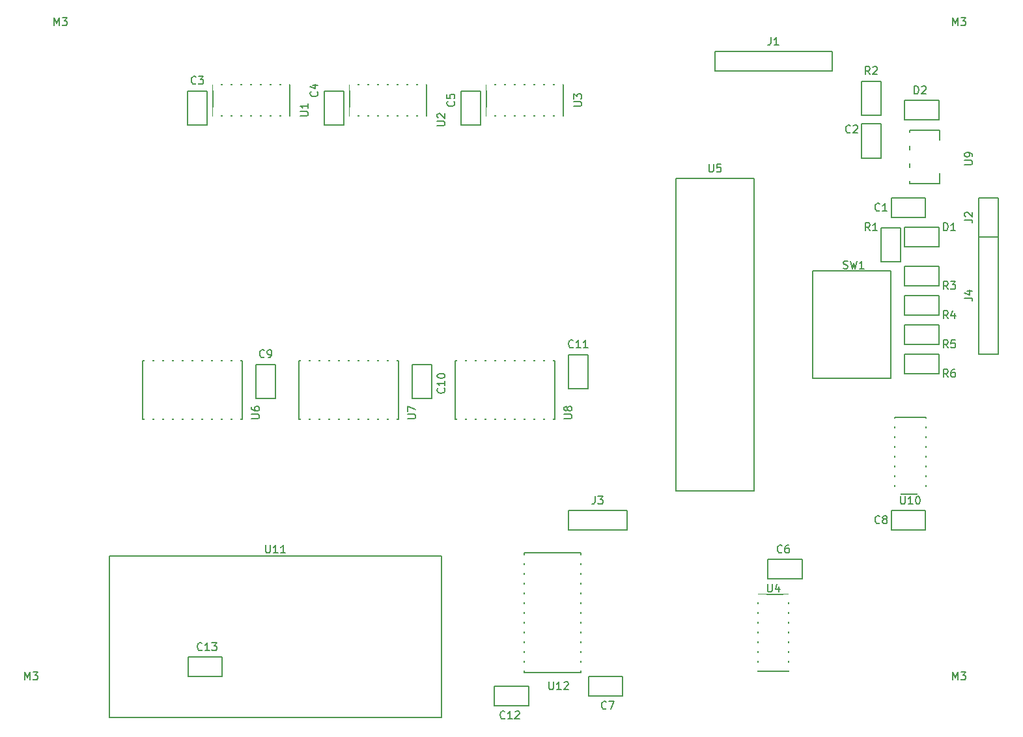
<source format=gto>
G04 #@! TF.FileFunction,Legend,Top*
%FSLAX46Y46*%
G04 Gerber Fmt 4.6, Leading zero omitted, Abs format (unit mm)*
G04 Created by KiCad (PCBNEW 4.0.7) date 03/21/19 10:54:29*
%MOMM*%
%LPD*%
G01*
G04 APERTURE LIST*
%ADD10C,0.100000*%
%ADD11C,0.150000*%
%ADD12C,0.300000*%
%ADD13R,1.800000X1.900000*%
%ADD14R,1.900000X1.800000*%
%ADD15C,2.200000*%
%ADD16R,1.100000X3.200000*%
%ADD17R,3.200000X1.100000*%
%ADD18O,3.400000X2.200000*%
%ADD19R,1.100000X3.400000*%
%ADD20R,2.900000X1.700000*%
%ADD21R,3.000000X4.250000*%
%ADD22R,3.400000X1.100000*%
%ADD23C,7.200000*%
G04 APERTURE END LIST*
D10*
D11*
X115733500Y-25112700D02*
X120191200Y-25112700D01*
X120191200Y-25112700D02*
X120191200Y-27627300D01*
X120191200Y-27627300D02*
X115733500Y-27627300D01*
X115733500Y-27627300D02*
X115733500Y-25112700D01*
X111872700Y-19956500D02*
X111872700Y-15498800D01*
X111872700Y-15498800D02*
X114387300Y-15498800D01*
X114387300Y-15498800D02*
X114387300Y-19956500D01*
X114387300Y-19956500D02*
X111872700Y-19956500D01*
X26757300Y-11193500D02*
X26757300Y-15651200D01*
X26757300Y-15651200D02*
X24242700Y-15651200D01*
X24242700Y-15651200D02*
X24242700Y-11193500D01*
X24242700Y-11193500D02*
X26757300Y-11193500D01*
X44537300Y-11193500D02*
X44537300Y-15651200D01*
X44537300Y-15651200D02*
X42022700Y-15651200D01*
X42022700Y-15651200D02*
X42022700Y-11193500D01*
X42022700Y-11193500D02*
X44537300Y-11193500D01*
X62317300Y-11193500D02*
X62317300Y-15651200D01*
X62317300Y-15651200D02*
X59802700Y-15651200D01*
X59802700Y-15651200D02*
X59802700Y-11193500D01*
X59802700Y-11193500D02*
X62317300Y-11193500D01*
X104176500Y-74617300D02*
X99718800Y-74617300D01*
X99718800Y-74617300D02*
X99718800Y-72102700D01*
X99718800Y-72102700D02*
X104176500Y-72102700D01*
X104176500Y-72102700D02*
X104176500Y-74617300D01*
X76363500Y-87342700D02*
X80821200Y-87342700D01*
X80821200Y-87342700D02*
X80821200Y-89857300D01*
X80821200Y-89857300D02*
X76363500Y-89857300D01*
X76363500Y-89857300D02*
X76363500Y-87342700D01*
X115733500Y-65752700D02*
X120191200Y-65752700D01*
X120191200Y-65752700D02*
X120191200Y-68267300D01*
X120191200Y-68267300D02*
X115733500Y-68267300D01*
X115733500Y-68267300D02*
X115733500Y-65752700D01*
X35647300Y-46753500D02*
X35647300Y-51211200D01*
X35647300Y-51211200D02*
X33132700Y-51211200D01*
X33132700Y-51211200D02*
X33132700Y-46753500D01*
X33132700Y-46753500D02*
X35647300Y-46753500D01*
X55967300Y-46753500D02*
X55967300Y-51211200D01*
X55967300Y-51211200D02*
X53452700Y-51211200D01*
X53452700Y-51211200D02*
X53452700Y-46753500D01*
X53452700Y-46753500D02*
X55967300Y-46753500D01*
X76287300Y-45483500D02*
X76287300Y-49941200D01*
X76287300Y-49941200D02*
X73772700Y-49941200D01*
X73772700Y-49941200D02*
X73772700Y-45483500D01*
X73772700Y-45483500D02*
X76287300Y-45483500D01*
X68616500Y-91127300D02*
X64158800Y-91127300D01*
X64158800Y-91127300D02*
X64158800Y-88612700D01*
X64158800Y-88612700D02*
X68616500Y-88612700D01*
X68616500Y-88612700D02*
X68616500Y-91127300D01*
X24293500Y-84802700D02*
X28751200Y-84802700D01*
X28751200Y-84802700D02*
X28751200Y-87317300D01*
X28751200Y-87317300D02*
X24293500Y-87317300D01*
X24293500Y-87317300D02*
X24293500Y-84802700D01*
X121956500Y-31437300D02*
X117498800Y-31437300D01*
X117498800Y-31437300D02*
X117498800Y-28922700D01*
X117498800Y-28922700D02*
X121956500Y-28922700D01*
X121956500Y-28922700D02*
X121956500Y-31437300D01*
X121956500Y-14927300D02*
X117498800Y-14927300D01*
X117498800Y-14927300D02*
X117498800Y-12412700D01*
X117498800Y-12412700D02*
X121956500Y-12412700D01*
X121956500Y-12412700D02*
X121956500Y-14927300D01*
X92810000Y-6050000D02*
X108050000Y-6050000D01*
X108050000Y-6050000D02*
X108050000Y-8590000D01*
X108050000Y-8590000D02*
X92810000Y-8590000D01*
X92810000Y-8590000D02*
X92810000Y-6050000D01*
X127100000Y-30180000D02*
X127100000Y-25100000D01*
X127100000Y-25100000D02*
X129640000Y-25100000D01*
X129640000Y-25100000D02*
X129640000Y-30180000D01*
X129640000Y-30180000D02*
X127100000Y-30180000D01*
X76300000Y-68280000D02*
X73760000Y-68280000D01*
X73760000Y-68280000D02*
X73760000Y-65740000D01*
X73760000Y-65740000D02*
X76300000Y-65740000D01*
X81380000Y-68280000D02*
X76300000Y-68280000D01*
X76300000Y-65740000D02*
X81380000Y-65740000D01*
X81380000Y-65740000D02*
X81380000Y-68280000D01*
X127100000Y-45420000D02*
X127100000Y-30180000D01*
X127100000Y-30180000D02*
X129640000Y-30180000D01*
X129640000Y-30180000D02*
X129640000Y-45420000D01*
X129640000Y-45420000D02*
X127100000Y-45420000D01*
X116927300Y-28973500D02*
X116927300Y-33431200D01*
X116927300Y-33431200D02*
X114412700Y-33431200D01*
X114412700Y-33431200D02*
X114412700Y-28973500D01*
X114412700Y-28973500D02*
X116927300Y-28973500D01*
X114387300Y-9923500D02*
X114387300Y-14381200D01*
X114387300Y-14381200D02*
X111872700Y-14381200D01*
X111872700Y-14381200D02*
X111872700Y-9923500D01*
X111872700Y-9923500D02*
X114387300Y-9923500D01*
X121956500Y-36517300D02*
X117498800Y-36517300D01*
X117498800Y-36517300D02*
X117498800Y-34002700D01*
X117498800Y-34002700D02*
X121956500Y-34002700D01*
X121956500Y-34002700D02*
X121956500Y-36517300D01*
X121956500Y-40327300D02*
X117498800Y-40327300D01*
X117498800Y-40327300D02*
X117498800Y-37812700D01*
X117498800Y-37812700D02*
X121956500Y-37812700D01*
X121956500Y-37812700D02*
X121956500Y-40327300D01*
X121956500Y-44137300D02*
X117498800Y-44137300D01*
X117498800Y-44137300D02*
X117498800Y-41622700D01*
X117498800Y-41622700D02*
X121956500Y-41622700D01*
X121956500Y-41622700D02*
X121956500Y-44137300D01*
X121956500Y-47947300D02*
X117498800Y-47947300D01*
X117498800Y-47947300D02*
X117498800Y-45432700D01*
X117498800Y-45432700D02*
X121956500Y-45432700D01*
X121956500Y-45432700D02*
X121956500Y-47947300D01*
X105510000Y-34625000D02*
X115670000Y-34625000D01*
X115670000Y-34625000D02*
X115670000Y-48595000D01*
X115670000Y-48595000D02*
X105510000Y-48595000D01*
X105510000Y-48595000D02*
X105510000Y-34625000D01*
X27557400Y-10418800D02*
X37552300Y-10418800D01*
X37552300Y-10418800D02*
X37552300Y-14419300D01*
X37552300Y-14419300D02*
X27557400Y-14419300D01*
X27557400Y-14419300D02*
X27557400Y-10418800D01*
X45337400Y-10418800D02*
X55332300Y-10418800D01*
X55332300Y-10418800D02*
X55332300Y-14419300D01*
X55332300Y-14419300D02*
X45337400Y-14419300D01*
X45337400Y-14419300D02*
X45337400Y-10418800D01*
X63117400Y-10418800D02*
X73112300Y-10418800D01*
X73112300Y-10418800D02*
X73112300Y-14419300D01*
X73112300Y-14419300D02*
X63117400Y-14419300D01*
X63117400Y-14419300D02*
X63117400Y-10418800D01*
X102411200Y-76687400D02*
X102411200Y-86682300D01*
X102411200Y-86682300D02*
X98410700Y-86682300D01*
X98410700Y-86682300D02*
X98410700Y-76687400D01*
X98410700Y-76687400D02*
X102411200Y-76687400D01*
X87730000Y-22560000D02*
X97890000Y-22560000D01*
X97890000Y-22560000D02*
X97890000Y-63200000D01*
X97890000Y-63200000D02*
X87730000Y-63200000D01*
X87730000Y-63200000D02*
X87730000Y-22560000D01*
X31367400Y-46270900D02*
X31367400Y-53865500D01*
X31367400Y-53865500D02*
X18362600Y-53865500D01*
X18362600Y-53865500D02*
X18362600Y-46270900D01*
X18362600Y-46270900D02*
X31367400Y-46270900D01*
X51687400Y-46270900D02*
X51687400Y-53865500D01*
X51687400Y-53865500D02*
X38682600Y-53865500D01*
X38682600Y-53865500D02*
X38682600Y-46270900D01*
X38682600Y-46270900D02*
X51687400Y-46270900D01*
X72007400Y-46270900D02*
X72007400Y-53865500D01*
X72007400Y-53865500D02*
X59002600Y-53865500D01*
X59002600Y-53865500D02*
X59002600Y-46270900D01*
X59002600Y-46270900D02*
X72007400Y-46270900D01*
X121994600Y-16286200D02*
X121994600Y-23283900D01*
X121994600Y-23283900D02*
X118095700Y-23283900D01*
X118095700Y-23283900D02*
X118095700Y-16286200D01*
X118095700Y-16286200D02*
X121994600Y-16286200D01*
X116228800Y-63682600D02*
X116228800Y-53687700D01*
X116228800Y-53687700D02*
X120229300Y-53687700D01*
X120229300Y-53687700D02*
X120229300Y-63682600D01*
X120229300Y-63682600D02*
X116228800Y-63682600D01*
X14070000Y-71709000D02*
X57250000Y-71709000D01*
X57250000Y-71709000D02*
X57250000Y-92664000D01*
X57250000Y-92664000D02*
X14070000Y-92664000D01*
X14070000Y-92664000D02*
X14070000Y-71709000D01*
X75385600Y-86860100D02*
X67981500Y-86860100D01*
X67981500Y-86860100D02*
X67981500Y-71264500D01*
X67981500Y-71264500D02*
X75385600Y-71264500D01*
X75385600Y-71264500D02*
X75385600Y-86860100D01*
X114233334Y-26727143D02*
X114185715Y-26774762D01*
X114042858Y-26822381D01*
X113947620Y-26822381D01*
X113804762Y-26774762D01*
X113709524Y-26679524D01*
X113661905Y-26584286D01*
X113614286Y-26393810D01*
X113614286Y-26250952D01*
X113661905Y-26060476D01*
X113709524Y-25965238D01*
X113804762Y-25870000D01*
X113947620Y-25822381D01*
X114042858Y-25822381D01*
X114185715Y-25870000D01*
X114233334Y-25917619D01*
X115185715Y-26822381D02*
X114614286Y-26822381D01*
X114900000Y-26822381D02*
X114900000Y-25822381D01*
X114804762Y-25965238D01*
X114709524Y-26060476D01*
X114614286Y-26108095D01*
X110423334Y-16567143D02*
X110375715Y-16614762D01*
X110232858Y-16662381D01*
X110137620Y-16662381D01*
X109994762Y-16614762D01*
X109899524Y-16519524D01*
X109851905Y-16424286D01*
X109804286Y-16233810D01*
X109804286Y-16090952D01*
X109851905Y-15900476D01*
X109899524Y-15805238D01*
X109994762Y-15710000D01*
X110137620Y-15662381D01*
X110232858Y-15662381D01*
X110375715Y-15710000D01*
X110423334Y-15757619D01*
X110804286Y-15757619D02*
X110851905Y-15710000D01*
X110947143Y-15662381D01*
X111185239Y-15662381D01*
X111280477Y-15710000D01*
X111328096Y-15757619D01*
X111375715Y-15852857D01*
X111375715Y-15948095D01*
X111328096Y-16090952D01*
X110756667Y-16662381D01*
X111375715Y-16662381D01*
X25333334Y-10217143D02*
X25285715Y-10264762D01*
X25142858Y-10312381D01*
X25047620Y-10312381D01*
X24904762Y-10264762D01*
X24809524Y-10169524D01*
X24761905Y-10074286D01*
X24714286Y-9883810D01*
X24714286Y-9740952D01*
X24761905Y-9550476D01*
X24809524Y-9455238D01*
X24904762Y-9360000D01*
X25047620Y-9312381D01*
X25142858Y-9312381D01*
X25285715Y-9360000D01*
X25333334Y-9407619D01*
X25666667Y-9312381D02*
X26285715Y-9312381D01*
X25952381Y-9693333D01*
X26095239Y-9693333D01*
X26190477Y-9740952D01*
X26238096Y-9788571D01*
X26285715Y-9883810D01*
X26285715Y-10121905D01*
X26238096Y-10217143D01*
X26190477Y-10264762D01*
X26095239Y-10312381D01*
X25809524Y-10312381D01*
X25714286Y-10264762D01*
X25666667Y-10217143D01*
X41097143Y-11296666D02*
X41144762Y-11344285D01*
X41192381Y-11487142D01*
X41192381Y-11582380D01*
X41144762Y-11725238D01*
X41049524Y-11820476D01*
X40954286Y-11868095D01*
X40763810Y-11915714D01*
X40620952Y-11915714D01*
X40430476Y-11868095D01*
X40335238Y-11820476D01*
X40240000Y-11725238D01*
X40192381Y-11582380D01*
X40192381Y-11487142D01*
X40240000Y-11344285D01*
X40287619Y-11296666D01*
X40525714Y-10439523D02*
X41192381Y-10439523D01*
X40144762Y-10677619D02*
X40859048Y-10915714D01*
X40859048Y-10296666D01*
X58877143Y-12566666D02*
X58924762Y-12614285D01*
X58972381Y-12757142D01*
X58972381Y-12852380D01*
X58924762Y-12995238D01*
X58829524Y-13090476D01*
X58734286Y-13138095D01*
X58543810Y-13185714D01*
X58400952Y-13185714D01*
X58210476Y-13138095D01*
X58115238Y-13090476D01*
X58020000Y-12995238D01*
X57972381Y-12852380D01*
X57972381Y-12757142D01*
X58020000Y-12614285D01*
X58067619Y-12566666D01*
X57972381Y-11661904D02*
X57972381Y-12138095D01*
X58448571Y-12185714D01*
X58400952Y-12138095D01*
X58353333Y-12042857D01*
X58353333Y-11804761D01*
X58400952Y-11709523D01*
X58448571Y-11661904D01*
X58543810Y-11614285D01*
X58781905Y-11614285D01*
X58877143Y-11661904D01*
X58924762Y-11709523D01*
X58972381Y-11804761D01*
X58972381Y-12042857D01*
X58924762Y-12138095D01*
X58877143Y-12185714D01*
X101533334Y-71177143D02*
X101485715Y-71224762D01*
X101342858Y-71272381D01*
X101247620Y-71272381D01*
X101104762Y-71224762D01*
X101009524Y-71129524D01*
X100961905Y-71034286D01*
X100914286Y-70843810D01*
X100914286Y-70700952D01*
X100961905Y-70510476D01*
X101009524Y-70415238D01*
X101104762Y-70320000D01*
X101247620Y-70272381D01*
X101342858Y-70272381D01*
X101485715Y-70320000D01*
X101533334Y-70367619D01*
X102390477Y-70272381D02*
X102200000Y-70272381D01*
X102104762Y-70320000D01*
X102057143Y-70367619D01*
X101961905Y-70510476D01*
X101914286Y-70700952D01*
X101914286Y-71081905D01*
X101961905Y-71177143D01*
X102009524Y-71224762D01*
X102104762Y-71272381D01*
X102295239Y-71272381D01*
X102390477Y-71224762D01*
X102438096Y-71177143D01*
X102485715Y-71081905D01*
X102485715Y-70843810D01*
X102438096Y-70748571D01*
X102390477Y-70700952D01*
X102295239Y-70653333D01*
X102104762Y-70653333D01*
X102009524Y-70700952D01*
X101961905Y-70748571D01*
X101914286Y-70843810D01*
X78673334Y-91497143D02*
X78625715Y-91544762D01*
X78482858Y-91592381D01*
X78387620Y-91592381D01*
X78244762Y-91544762D01*
X78149524Y-91449524D01*
X78101905Y-91354286D01*
X78054286Y-91163810D01*
X78054286Y-91020952D01*
X78101905Y-90830476D01*
X78149524Y-90735238D01*
X78244762Y-90640000D01*
X78387620Y-90592381D01*
X78482858Y-90592381D01*
X78625715Y-90640000D01*
X78673334Y-90687619D01*
X79006667Y-90592381D02*
X79673334Y-90592381D01*
X79244762Y-91592381D01*
X114233334Y-67367143D02*
X114185715Y-67414762D01*
X114042858Y-67462381D01*
X113947620Y-67462381D01*
X113804762Y-67414762D01*
X113709524Y-67319524D01*
X113661905Y-67224286D01*
X113614286Y-67033810D01*
X113614286Y-66890952D01*
X113661905Y-66700476D01*
X113709524Y-66605238D01*
X113804762Y-66510000D01*
X113947620Y-66462381D01*
X114042858Y-66462381D01*
X114185715Y-66510000D01*
X114233334Y-66557619D01*
X114804762Y-66890952D02*
X114709524Y-66843333D01*
X114661905Y-66795714D01*
X114614286Y-66700476D01*
X114614286Y-66652857D01*
X114661905Y-66557619D01*
X114709524Y-66510000D01*
X114804762Y-66462381D01*
X114995239Y-66462381D01*
X115090477Y-66510000D01*
X115138096Y-66557619D01*
X115185715Y-66652857D01*
X115185715Y-66700476D01*
X115138096Y-66795714D01*
X115090477Y-66843333D01*
X114995239Y-66890952D01*
X114804762Y-66890952D01*
X114709524Y-66938571D01*
X114661905Y-66986190D01*
X114614286Y-67081429D01*
X114614286Y-67271905D01*
X114661905Y-67367143D01*
X114709524Y-67414762D01*
X114804762Y-67462381D01*
X114995239Y-67462381D01*
X115090477Y-67414762D01*
X115138096Y-67367143D01*
X115185715Y-67271905D01*
X115185715Y-67081429D01*
X115138096Y-66986190D01*
X115090477Y-66938571D01*
X114995239Y-66890952D01*
X34223334Y-45777143D02*
X34175715Y-45824762D01*
X34032858Y-45872381D01*
X33937620Y-45872381D01*
X33794762Y-45824762D01*
X33699524Y-45729524D01*
X33651905Y-45634286D01*
X33604286Y-45443810D01*
X33604286Y-45300952D01*
X33651905Y-45110476D01*
X33699524Y-45015238D01*
X33794762Y-44920000D01*
X33937620Y-44872381D01*
X34032858Y-44872381D01*
X34175715Y-44920000D01*
X34223334Y-44967619D01*
X34699524Y-45872381D02*
X34890000Y-45872381D01*
X34985239Y-45824762D01*
X35032858Y-45777143D01*
X35128096Y-45634286D01*
X35175715Y-45443810D01*
X35175715Y-45062857D01*
X35128096Y-44967619D01*
X35080477Y-44920000D01*
X34985239Y-44872381D01*
X34794762Y-44872381D01*
X34699524Y-44920000D01*
X34651905Y-44967619D01*
X34604286Y-45062857D01*
X34604286Y-45300952D01*
X34651905Y-45396190D01*
X34699524Y-45443810D01*
X34794762Y-45491429D01*
X34985239Y-45491429D01*
X35080477Y-45443810D01*
X35128096Y-45396190D01*
X35175715Y-45300952D01*
X57607143Y-49872857D02*
X57654762Y-49920476D01*
X57702381Y-50063333D01*
X57702381Y-50158571D01*
X57654762Y-50301429D01*
X57559524Y-50396667D01*
X57464286Y-50444286D01*
X57273810Y-50491905D01*
X57130952Y-50491905D01*
X56940476Y-50444286D01*
X56845238Y-50396667D01*
X56750000Y-50301429D01*
X56702381Y-50158571D01*
X56702381Y-50063333D01*
X56750000Y-49920476D01*
X56797619Y-49872857D01*
X57702381Y-48920476D02*
X57702381Y-49491905D01*
X57702381Y-49206191D02*
X56702381Y-49206191D01*
X56845238Y-49301429D01*
X56940476Y-49396667D01*
X56988095Y-49491905D01*
X56702381Y-48301429D02*
X56702381Y-48206190D01*
X56750000Y-48110952D01*
X56797619Y-48063333D01*
X56892857Y-48015714D01*
X57083333Y-47968095D01*
X57321429Y-47968095D01*
X57511905Y-48015714D01*
X57607143Y-48063333D01*
X57654762Y-48110952D01*
X57702381Y-48206190D01*
X57702381Y-48301429D01*
X57654762Y-48396667D01*
X57607143Y-48444286D01*
X57511905Y-48491905D01*
X57321429Y-48539524D01*
X57083333Y-48539524D01*
X56892857Y-48491905D01*
X56797619Y-48444286D01*
X56750000Y-48396667D01*
X56702381Y-48301429D01*
X74387143Y-44507143D02*
X74339524Y-44554762D01*
X74196667Y-44602381D01*
X74101429Y-44602381D01*
X73958571Y-44554762D01*
X73863333Y-44459524D01*
X73815714Y-44364286D01*
X73768095Y-44173810D01*
X73768095Y-44030952D01*
X73815714Y-43840476D01*
X73863333Y-43745238D01*
X73958571Y-43650000D01*
X74101429Y-43602381D01*
X74196667Y-43602381D01*
X74339524Y-43650000D01*
X74387143Y-43697619D01*
X75339524Y-44602381D02*
X74768095Y-44602381D01*
X75053809Y-44602381D02*
X75053809Y-43602381D01*
X74958571Y-43745238D01*
X74863333Y-43840476D01*
X74768095Y-43888095D01*
X76291905Y-44602381D02*
X75720476Y-44602381D01*
X76006190Y-44602381D02*
X76006190Y-43602381D01*
X75910952Y-43745238D01*
X75815714Y-43840476D01*
X75720476Y-43888095D01*
X65497143Y-92767143D02*
X65449524Y-92814762D01*
X65306667Y-92862381D01*
X65211429Y-92862381D01*
X65068571Y-92814762D01*
X64973333Y-92719524D01*
X64925714Y-92624286D01*
X64878095Y-92433810D01*
X64878095Y-92290952D01*
X64925714Y-92100476D01*
X64973333Y-92005238D01*
X65068571Y-91910000D01*
X65211429Y-91862381D01*
X65306667Y-91862381D01*
X65449524Y-91910000D01*
X65497143Y-91957619D01*
X66449524Y-92862381D02*
X65878095Y-92862381D01*
X66163809Y-92862381D02*
X66163809Y-91862381D01*
X66068571Y-92005238D01*
X65973333Y-92100476D01*
X65878095Y-92148095D01*
X66830476Y-91957619D02*
X66878095Y-91910000D01*
X66973333Y-91862381D01*
X67211429Y-91862381D01*
X67306667Y-91910000D01*
X67354286Y-91957619D01*
X67401905Y-92052857D01*
X67401905Y-92148095D01*
X67354286Y-92290952D01*
X66782857Y-92862381D01*
X67401905Y-92862381D01*
X26127143Y-83877143D02*
X26079524Y-83924762D01*
X25936667Y-83972381D01*
X25841429Y-83972381D01*
X25698571Y-83924762D01*
X25603333Y-83829524D01*
X25555714Y-83734286D01*
X25508095Y-83543810D01*
X25508095Y-83400952D01*
X25555714Y-83210476D01*
X25603333Y-83115238D01*
X25698571Y-83020000D01*
X25841429Y-82972381D01*
X25936667Y-82972381D01*
X26079524Y-83020000D01*
X26127143Y-83067619D01*
X27079524Y-83972381D02*
X26508095Y-83972381D01*
X26793809Y-83972381D02*
X26793809Y-82972381D01*
X26698571Y-83115238D01*
X26603333Y-83210476D01*
X26508095Y-83258095D01*
X27412857Y-82972381D02*
X28031905Y-82972381D01*
X27698571Y-83353333D01*
X27841429Y-83353333D01*
X27936667Y-83400952D01*
X27984286Y-83448571D01*
X28031905Y-83543810D01*
X28031905Y-83781905D01*
X27984286Y-83877143D01*
X27936667Y-83924762D01*
X27841429Y-83972381D01*
X27555714Y-83972381D01*
X27460476Y-83924762D01*
X27412857Y-83877143D01*
X122551905Y-29362381D02*
X122551905Y-28362381D01*
X122790000Y-28362381D01*
X122932858Y-28410000D01*
X123028096Y-28505238D01*
X123075715Y-28600476D01*
X123123334Y-28790952D01*
X123123334Y-28933810D01*
X123075715Y-29124286D01*
X123028096Y-29219524D01*
X122932858Y-29314762D01*
X122790000Y-29362381D01*
X122551905Y-29362381D01*
X124075715Y-29362381D02*
X123504286Y-29362381D01*
X123790000Y-29362381D02*
X123790000Y-28362381D01*
X123694762Y-28505238D01*
X123599524Y-28600476D01*
X123504286Y-28648095D01*
X118741905Y-11582381D02*
X118741905Y-10582381D01*
X118980000Y-10582381D01*
X119122858Y-10630000D01*
X119218096Y-10725238D01*
X119265715Y-10820476D01*
X119313334Y-11010952D01*
X119313334Y-11153810D01*
X119265715Y-11344286D01*
X119218096Y-11439524D01*
X119122858Y-11534762D01*
X118980000Y-11582381D01*
X118741905Y-11582381D01*
X119694286Y-10677619D02*
X119741905Y-10630000D01*
X119837143Y-10582381D01*
X120075239Y-10582381D01*
X120170477Y-10630000D01*
X120218096Y-10677619D01*
X120265715Y-10772857D01*
X120265715Y-10868095D01*
X120218096Y-11010952D01*
X119646667Y-11582381D01*
X120265715Y-11582381D01*
X100096667Y-4232381D02*
X100096667Y-4946667D01*
X100049047Y-5089524D01*
X99953809Y-5184762D01*
X99810952Y-5232381D01*
X99715714Y-5232381D01*
X101096667Y-5232381D02*
X100525238Y-5232381D01*
X100810952Y-5232381D02*
X100810952Y-4232381D01*
X100715714Y-4375238D01*
X100620476Y-4470476D01*
X100525238Y-4518095D01*
X125282381Y-27973333D02*
X125996667Y-27973333D01*
X126139524Y-28020953D01*
X126234762Y-28116191D01*
X126282381Y-28259048D01*
X126282381Y-28354286D01*
X125377619Y-27544762D02*
X125330000Y-27497143D01*
X125282381Y-27401905D01*
X125282381Y-27163809D01*
X125330000Y-27068571D01*
X125377619Y-27020952D01*
X125472857Y-26973333D01*
X125568095Y-26973333D01*
X125710952Y-27020952D01*
X126282381Y-27592381D01*
X126282381Y-26973333D01*
X77236667Y-63922381D02*
X77236667Y-64636667D01*
X77189047Y-64779524D01*
X77093809Y-64874762D01*
X76950952Y-64922381D01*
X76855714Y-64922381D01*
X77617619Y-63922381D02*
X78236667Y-63922381D01*
X77903333Y-64303333D01*
X78046191Y-64303333D01*
X78141429Y-64350952D01*
X78189048Y-64398571D01*
X78236667Y-64493810D01*
X78236667Y-64731905D01*
X78189048Y-64827143D01*
X78141429Y-64874762D01*
X78046191Y-64922381D01*
X77760476Y-64922381D01*
X77665238Y-64874762D01*
X77617619Y-64827143D01*
X125282381Y-38133333D02*
X125996667Y-38133333D01*
X126139524Y-38180953D01*
X126234762Y-38276191D01*
X126282381Y-38419048D01*
X126282381Y-38514286D01*
X125615714Y-37228571D02*
X126282381Y-37228571D01*
X125234762Y-37466667D02*
X125949048Y-37704762D01*
X125949048Y-37085714D01*
X112963334Y-29362381D02*
X112630000Y-28886190D01*
X112391905Y-29362381D02*
X112391905Y-28362381D01*
X112772858Y-28362381D01*
X112868096Y-28410000D01*
X112915715Y-28457619D01*
X112963334Y-28552857D01*
X112963334Y-28695714D01*
X112915715Y-28790952D01*
X112868096Y-28838571D01*
X112772858Y-28886190D01*
X112391905Y-28886190D01*
X113915715Y-29362381D02*
X113344286Y-29362381D01*
X113630000Y-29362381D02*
X113630000Y-28362381D01*
X113534762Y-28505238D01*
X113439524Y-28600476D01*
X113344286Y-28648095D01*
X112963334Y-9042381D02*
X112630000Y-8566190D01*
X112391905Y-9042381D02*
X112391905Y-8042381D01*
X112772858Y-8042381D01*
X112868096Y-8090000D01*
X112915715Y-8137619D01*
X112963334Y-8232857D01*
X112963334Y-8375714D01*
X112915715Y-8470952D01*
X112868096Y-8518571D01*
X112772858Y-8566190D01*
X112391905Y-8566190D01*
X113344286Y-8137619D02*
X113391905Y-8090000D01*
X113487143Y-8042381D01*
X113725239Y-8042381D01*
X113820477Y-8090000D01*
X113868096Y-8137619D01*
X113915715Y-8232857D01*
X113915715Y-8328095D01*
X113868096Y-8470952D01*
X113296667Y-9042381D01*
X113915715Y-9042381D01*
X123123334Y-36982381D02*
X122790000Y-36506190D01*
X122551905Y-36982381D02*
X122551905Y-35982381D01*
X122932858Y-35982381D01*
X123028096Y-36030000D01*
X123075715Y-36077619D01*
X123123334Y-36172857D01*
X123123334Y-36315714D01*
X123075715Y-36410952D01*
X123028096Y-36458571D01*
X122932858Y-36506190D01*
X122551905Y-36506190D01*
X123456667Y-35982381D02*
X124075715Y-35982381D01*
X123742381Y-36363333D01*
X123885239Y-36363333D01*
X123980477Y-36410952D01*
X124028096Y-36458571D01*
X124075715Y-36553810D01*
X124075715Y-36791905D01*
X124028096Y-36887143D01*
X123980477Y-36934762D01*
X123885239Y-36982381D01*
X123599524Y-36982381D01*
X123504286Y-36934762D01*
X123456667Y-36887143D01*
X123123334Y-40792381D02*
X122790000Y-40316190D01*
X122551905Y-40792381D02*
X122551905Y-39792381D01*
X122932858Y-39792381D01*
X123028096Y-39840000D01*
X123075715Y-39887619D01*
X123123334Y-39982857D01*
X123123334Y-40125714D01*
X123075715Y-40220952D01*
X123028096Y-40268571D01*
X122932858Y-40316190D01*
X122551905Y-40316190D01*
X123980477Y-40125714D02*
X123980477Y-40792381D01*
X123742381Y-39744762D02*
X123504286Y-40459048D01*
X124123334Y-40459048D01*
X123123334Y-44602381D02*
X122790000Y-44126190D01*
X122551905Y-44602381D02*
X122551905Y-43602381D01*
X122932858Y-43602381D01*
X123028096Y-43650000D01*
X123075715Y-43697619D01*
X123123334Y-43792857D01*
X123123334Y-43935714D01*
X123075715Y-44030952D01*
X123028096Y-44078571D01*
X122932858Y-44126190D01*
X122551905Y-44126190D01*
X124028096Y-43602381D02*
X123551905Y-43602381D01*
X123504286Y-44078571D01*
X123551905Y-44030952D01*
X123647143Y-43983333D01*
X123885239Y-43983333D01*
X123980477Y-44030952D01*
X124028096Y-44078571D01*
X124075715Y-44173810D01*
X124075715Y-44411905D01*
X124028096Y-44507143D01*
X123980477Y-44554762D01*
X123885239Y-44602381D01*
X123647143Y-44602381D01*
X123551905Y-44554762D01*
X123504286Y-44507143D01*
X123123334Y-48412381D02*
X122790000Y-47936190D01*
X122551905Y-48412381D02*
X122551905Y-47412381D01*
X122932858Y-47412381D01*
X123028096Y-47460000D01*
X123075715Y-47507619D01*
X123123334Y-47602857D01*
X123123334Y-47745714D01*
X123075715Y-47840952D01*
X123028096Y-47888571D01*
X122932858Y-47936190D01*
X122551905Y-47936190D01*
X123980477Y-47412381D02*
X123790000Y-47412381D01*
X123694762Y-47460000D01*
X123647143Y-47507619D01*
X123551905Y-47650476D01*
X123504286Y-47840952D01*
X123504286Y-48221905D01*
X123551905Y-48317143D01*
X123599524Y-48364762D01*
X123694762Y-48412381D01*
X123885239Y-48412381D01*
X123980477Y-48364762D01*
X124028096Y-48317143D01*
X124075715Y-48221905D01*
X124075715Y-47983810D01*
X124028096Y-47888571D01*
X123980477Y-47840952D01*
X123885239Y-47793333D01*
X123694762Y-47793333D01*
X123599524Y-47840952D01*
X123551905Y-47888571D01*
X123504286Y-47983810D01*
X109510667Y-34267762D02*
X109653524Y-34315381D01*
X109891620Y-34315381D01*
X109986858Y-34267762D01*
X110034477Y-34220143D01*
X110082096Y-34124905D01*
X110082096Y-34029667D01*
X110034477Y-33934429D01*
X109986858Y-33886810D01*
X109891620Y-33839190D01*
X109701143Y-33791571D01*
X109605905Y-33743952D01*
X109558286Y-33696333D01*
X109510667Y-33601095D01*
X109510667Y-33505857D01*
X109558286Y-33410619D01*
X109605905Y-33363000D01*
X109701143Y-33315381D01*
X109939239Y-33315381D01*
X110082096Y-33363000D01*
X110415429Y-33315381D02*
X110653524Y-34315381D01*
X110844001Y-33601095D01*
X111034477Y-34315381D01*
X111272572Y-33315381D01*
X112177334Y-34315381D02*
X111605905Y-34315381D01*
X111891619Y-34315381D02*
X111891619Y-33315381D01*
X111796381Y-33458238D01*
X111701143Y-33553476D01*
X111605905Y-33601095D01*
X38922381Y-14431905D02*
X39731905Y-14431905D01*
X39827143Y-14384286D01*
X39874762Y-14336667D01*
X39922381Y-14241429D01*
X39922381Y-14050952D01*
X39874762Y-13955714D01*
X39827143Y-13908095D01*
X39731905Y-13860476D01*
X38922381Y-13860476D01*
X39922381Y-12860476D02*
X39922381Y-13431905D01*
X39922381Y-13146191D02*
X38922381Y-13146191D01*
X39065238Y-13241429D01*
X39160476Y-13336667D01*
X39208095Y-13431905D01*
X56702381Y-15701905D02*
X57511905Y-15701905D01*
X57607143Y-15654286D01*
X57654762Y-15606667D01*
X57702381Y-15511429D01*
X57702381Y-15320952D01*
X57654762Y-15225714D01*
X57607143Y-15178095D01*
X57511905Y-15130476D01*
X56702381Y-15130476D01*
X56797619Y-14701905D02*
X56750000Y-14654286D01*
X56702381Y-14559048D01*
X56702381Y-14320952D01*
X56750000Y-14225714D01*
X56797619Y-14178095D01*
X56892857Y-14130476D01*
X56988095Y-14130476D01*
X57130952Y-14178095D01*
X57702381Y-14749524D01*
X57702381Y-14130476D01*
X74482381Y-13161905D02*
X75291905Y-13161905D01*
X75387143Y-13114286D01*
X75434762Y-13066667D01*
X75482381Y-12971429D01*
X75482381Y-12780952D01*
X75434762Y-12685714D01*
X75387143Y-12638095D01*
X75291905Y-12590476D01*
X74482381Y-12590476D01*
X74482381Y-12209524D02*
X74482381Y-11590476D01*
X74863333Y-11923810D01*
X74863333Y-11780952D01*
X74910952Y-11685714D01*
X74958571Y-11638095D01*
X75053810Y-11590476D01*
X75291905Y-11590476D01*
X75387143Y-11638095D01*
X75434762Y-11685714D01*
X75482381Y-11780952D01*
X75482381Y-12066667D01*
X75434762Y-12161905D01*
X75387143Y-12209524D01*
X99668095Y-75352381D02*
X99668095Y-76161905D01*
X99715714Y-76257143D01*
X99763333Y-76304762D01*
X99858571Y-76352381D01*
X100049048Y-76352381D01*
X100144286Y-76304762D01*
X100191905Y-76257143D01*
X100239524Y-76161905D01*
X100239524Y-75352381D01*
X101144286Y-75685714D02*
X101144286Y-76352381D01*
X100906190Y-75304762D02*
X100668095Y-76019048D01*
X101287143Y-76019048D01*
X92048095Y-20742381D02*
X92048095Y-21551905D01*
X92095714Y-21647143D01*
X92143333Y-21694762D01*
X92238571Y-21742381D01*
X92429048Y-21742381D01*
X92524286Y-21694762D01*
X92571905Y-21647143D01*
X92619524Y-21551905D01*
X92619524Y-20742381D01*
X93571905Y-20742381D02*
X93095714Y-20742381D01*
X93048095Y-21218571D01*
X93095714Y-21170952D01*
X93190952Y-21123333D01*
X93429048Y-21123333D01*
X93524286Y-21170952D01*
X93571905Y-21218571D01*
X93619524Y-21313810D01*
X93619524Y-21551905D01*
X93571905Y-21647143D01*
X93524286Y-21694762D01*
X93429048Y-21742381D01*
X93190952Y-21742381D01*
X93095714Y-21694762D01*
X93048095Y-21647143D01*
X32572381Y-53801905D02*
X33381905Y-53801905D01*
X33477143Y-53754286D01*
X33524762Y-53706667D01*
X33572381Y-53611429D01*
X33572381Y-53420952D01*
X33524762Y-53325714D01*
X33477143Y-53278095D01*
X33381905Y-53230476D01*
X32572381Y-53230476D01*
X32572381Y-52325714D02*
X32572381Y-52516191D01*
X32620000Y-52611429D01*
X32667619Y-52659048D01*
X32810476Y-52754286D01*
X33000952Y-52801905D01*
X33381905Y-52801905D01*
X33477143Y-52754286D01*
X33524762Y-52706667D01*
X33572381Y-52611429D01*
X33572381Y-52420952D01*
X33524762Y-52325714D01*
X33477143Y-52278095D01*
X33381905Y-52230476D01*
X33143810Y-52230476D01*
X33048571Y-52278095D01*
X33000952Y-52325714D01*
X32953333Y-52420952D01*
X32953333Y-52611429D01*
X33000952Y-52706667D01*
X33048571Y-52754286D01*
X33143810Y-52801905D01*
X52892381Y-53801905D02*
X53701905Y-53801905D01*
X53797143Y-53754286D01*
X53844762Y-53706667D01*
X53892381Y-53611429D01*
X53892381Y-53420952D01*
X53844762Y-53325714D01*
X53797143Y-53278095D01*
X53701905Y-53230476D01*
X52892381Y-53230476D01*
X52892381Y-52849524D02*
X52892381Y-52182857D01*
X53892381Y-52611429D01*
X73212381Y-53801905D02*
X74021905Y-53801905D01*
X74117143Y-53754286D01*
X74164762Y-53706667D01*
X74212381Y-53611429D01*
X74212381Y-53420952D01*
X74164762Y-53325714D01*
X74117143Y-53278095D01*
X74021905Y-53230476D01*
X73212381Y-53230476D01*
X73640952Y-52611429D02*
X73593333Y-52706667D01*
X73545714Y-52754286D01*
X73450476Y-52801905D01*
X73402857Y-52801905D01*
X73307619Y-52754286D01*
X73260000Y-52706667D01*
X73212381Y-52611429D01*
X73212381Y-52420952D01*
X73260000Y-52325714D01*
X73307619Y-52278095D01*
X73402857Y-52230476D01*
X73450476Y-52230476D01*
X73545714Y-52278095D01*
X73593333Y-52325714D01*
X73640952Y-52420952D01*
X73640952Y-52611429D01*
X73688571Y-52706667D01*
X73736190Y-52754286D01*
X73831429Y-52801905D01*
X74021905Y-52801905D01*
X74117143Y-52754286D01*
X74164762Y-52706667D01*
X74212381Y-52611429D01*
X74212381Y-52420952D01*
X74164762Y-52325714D01*
X74117143Y-52278095D01*
X74021905Y-52230476D01*
X73831429Y-52230476D01*
X73736190Y-52278095D01*
X73688571Y-52325714D01*
X73640952Y-52420952D01*
X125282381Y-20781905D02*
X126091905Y-20781905D01*
X126187143Y-20734286D01*
X126234762Y-20686667D01*
X126282381Y-20591429D01*
X126282381Y-20400952D01*
X126234762Y-20305714D01*
X126187143Y-20258095D01*
X126091905Y-20210476D01*
X125282381Y-20210476D01*
X126282381Y-19686667D02*
X126282381Y-19496191D01*
X126234762Y-19400952D01*
X126187143Y-19353333D01*
X126044286Y-19258095D01*
X125853810Y-19210476D01*
X125472857Y-19210476D01*
X125377619Y-19258095D01*
X125330000Y-19305714D01*
X125282381Y-19400952D01*
X125282381Y-19591429D01*
X125330000Y-19686667D01*
X125377619Y-19734286D01*
X125472857Y-19781905D01*
X125710952Y-19781905D01*
X125806190Y-19734286D01*
X125853810Y-19686667D01*
X125901429Y-19591429D01*
X125901429Y-19400952D01*
X125853810Y-19305714D01*
X125806190Y-19258095D01*
X125710952Y-19210476D01*
X116971905Y-63922381D02*
X116971905Y-64731905D01*
X117019524Y-64827143D01*
X117067143Y-64874762D01*
X117162381Y-64922381D01*
X117352858Y-64922381D01*
X117448096Y-64874762D01*
X117495715Y-64827143D01*
X117543334Y-64731905D01*
X117543334Y-63922381D01*
X118543334Y-64922381D02*
X117971905Y-64922381D01*
X118257619Y-64922381D02*
X118257619Y-63922381D01*
X118162381Y-64065238D01*
X118067143Y-64160476D01*
X117971905Y-64208095D01*
X119162381Y-63922381D02*
X119257620Y-63922381D01*
X119352858Y-63970000D01*
X119400477Y-64017619D01*
X119448096Y-64112857D01*
X119495715Y-64303333D01*
X119495715Y-64541429D01*
X119448096Y-64731905D01*
X119400477Y-64827143D01*
X119352858Y-64874762D01*
X119257620Y-64922381D01*
X119162381Y-64922381D01*
X119067143Y-64874762D01*
X119019524Y-64827143D01*
X118971905Y-64731905D01*
X118924286Y-64541429D01*
X118924286Y-64303333D01*
X118971905Y-64112857D01*
X119019524Y-64017619D01*
X119067143Y-63970000D01*
X119162381Y-63922381D01*
X34421905Y-70272381D02*
X34421905Y-71081905D01*
X34469524Y-71177143D01*
X34517143Y-71224762D01*
X34612381Y-71272381D01*
X34802858Y-71272381D01*
X34898096Y-71224762D01*
X34945715Y-71177143D01*
X34993334Y-71081905D01*
X34993334Y-70272381D01*
X35993334Y-71272381D02*
X35421905Y-71272381D01*
X35707619Y-71272381D02*
X35707619Y-70272381D01*
X35612381Y-70415238D01*
X35517143Y-70510476D01*
X35421905Y-70558095D01*
X36945715Y-71272381D02*
X36374286Y-71272381D01*
X36660000Y-71272381D02*
X36660000Y-70272381D01*
X36564762Y-70415238D01*
X36469524Y-70510476D01*
X36374286Y-70558095D01*
X71251905Y-88052381D02*
X71251905Y-88861905D01*
X71299524Y-88957143D01*
X71347143Y-89004762D01*
X71442381Y-89052381D01*
X71632858Y-89052381D01*
X71728096Y-89004762D01*
X71775715Y-88957143D01*
X71823334Y-88861905D01*
X71823334Y-88052381D01*
X72823334Y-89052381D02*
X72251905Y-89052381D01*
X72537619Y-89052381D02*
X72537619Y-88052381D01*
X72442381Y-88195238D01*
X72347143Y-88290476D01*
X72251905Y-88338095D01*
X73204286Y-88147619D02*
X73251905Y-88100000D01*
X73347143Y-88052381D01*
X73585239Y-88052381D01*
X73680477Y-88100000D01*
X73728096Y-88147619D01*
X73775715Y-88242857D01*
X73775715Y-88338095D01*
X73728096Y-88480952D01*
X73156667Y-89052381D01*
X73775715Y-89052381D01*
X6910476Y-2692381D02*
X6910476Y-1692381D01*
X7243810Y-2406667D01*
X7577143Y-1692381D01*
X7577143Y-2692381D01*
X7958095Y-1692381D02*
X8577143Y-1692381D01*
X8243809Y-2073333D01*
X8386667Y-2073333D01*
X8481905Y-2120952D01*
X8529524Y-2168571D01*
X8577143Y-2263810D01*
X8577143Y-2501905D01*
X8529524Y-2597143D01*
X8481905Y-2644762D01*
X8386667Y-2692381D01*
X8100952Y-2692381D01*
X8005714Y-2644762D01*
X7958095Y-2597143D01*
X3100476Y-87782381D02*
X3100476Y-86782381D01*
X3433810Y-87496667D01*
X3767143Y-86782381D01*
X3767143Y-87782381D01*
X4148095Y-86782381D02*
X4767143Y-86782381D01*
X4433809Y-87163333D01*
X4576667Y-87163333D01*
X4671905Y-87210952D01*
X4719524Y-87258571D01*
X4767143Y-87353810D01*
X4767143Y-87591905D01*
X4719524Y-87687143D01*
X4671905Y-87734762D01*
X4576667Y-87782381D01*
X4290952Y-87782381D01*
X4195714Y-87734762D01*
X4148095Y-87687143D01*
X123750476Y-2692381D02*
X123750476Y-1692381D01*
X124083810Y-2406667D01*
X124417143Y-1692381D01*
X124417143Y-2692381D01*
X124798095Y-1692381D02*
X125417143Y-1692381D01*
X125083809Y-2073333D01*
X125226667Y-2073333D01*
X125321905Y-2120952D01*
X125369524Y-2168571D01*
X125417143Y-2263810D01*
X125417143Y-2501905D01*
X125369524Y-2597143D01*
X125321905Y-2644762D01*
X125226667Y-2692381D01*
X124940952Y-2692381D01*
X124845714Y-2644762D01*
X124798095Y-2597143D01*
X123750476Y-87782381D02*
X123750476Y-86782381D01*
X124083810Y-87496667D01*
X124417143Y-86782381D01*
X124417143Y-87782381D01*
X124798095Y-86782381D02*
X125417143Y-86782381D01*
X125083809Y-87163333D01*
X125226667Y-87163333D01*
X125321905Y-87210952D01*
X125369524Y-87258571D01*
X125417143Y-87353810D01*
X125417143Y-87591905D01*
X125369524Y-87687143D01*
X125321905Y-87734762D01*
X125226667Y-87782381D01*
X124940952Y-87782381D01*
X124845714Y-87734762D01*
X124798095Y-87687143D01*
%LPC*%
D12*
X14874762Y-17649049D02*
X16341429Y-17649049D01*
X16131905Y-17649049D02*
X16236667Y-17753810D01*
X16341429Y-17963334D01*
X16341429Y-18277620D01*
X16236667Y-18487144D01*
X16027143Y-18591906D01*
X14874762Y-18591906D01*
X16027143Y-18591906D02*
X16236667Y-18696668D01*
X16341429Y-18906191D01*
X16341429Y-19220477D01*
X16236667Y-19430001D01*
X16027143Y-19534763D01*
X14874762Y-19534763D01*
X14979524Y-21420477D02*
X14874762Y-21210953D01*
X14874762Y-20791905D01*
X14979524Y-20582382D01*
X15189048Y-20477620D01*
X16027143Y-20477620D01*
X16236667Y-20582382D01*
X16341429Y-20791905D01*
X16341429Y-21210953D01*
X16236667Y-21420477D01*
X16027143Y-21525239D01*
X15817619Y-21525239D01*
X15608095Y-20477620D01*
X14874762Y-22468096D02*
X16341429Y-22468096D01*
X16131905Y-22468096D02*
X16236667Y-22572857D01*
X16341429Y-22782381D01*
X16341429Y-23096667D01*
X16236667Y-23306191D01*
X16027143Y-23410953D01*
X14874762Y-23410953D01*
X16027143Y-23410953D02*
X16236667Y-23515715D01*
X16341429Y-23725238D01*
X16341429Y-24039524D01*
X16236667Y-24249048D01*
X16027143Y-24353810D01*
X14874762Y-24353810D01*
X14874762Y-25401429D02*
X16341429Y-25401429D01*
X17074762Y-25401429D02*
X16970000Y-25296667D01*
X16865238Y-25401429D01*
X16970000Y-25506190D01*
X17074762Y-25401429D01*
X16865238Y-25401429D01*
X16131905Y-26763333D02*
X16236667Y-26553809D01*
X16341429Y-26449048D01*
X16550952Y-26344286D01*
X16655714Y-26344286D01*
X16865238Y-26449048D01*
X16970000Y-26553809D01*
X17074762Y-26763333D01*
X17074762Y-27182381D01*
X16970000Y-27391905D01*
X16865238Y-27496667D01*
X16655714Y-27601428D01*
X16550952Y-27601428D01*
X16341429Y-27496667D01*
X16236667Y-27391905D01*
X16131905Y-27182381D01*
X16131905Y-26763333D01*
X16027143Y-26553809D01*
X15922381Y-26449048D01*
X15712857Y-26344286D01*
X15293810Y-26344286D01*
X15084286Y-26449048D01*
X14979524Y-26553809D01*
X14874762Y-26763333D01*
X14874762Y-27182381D01*
X14979524Y-27391905D01*
X15084286Y-27496667D01*
X15293810Y-27601428D01*
X15712857Y-27601428D01*
X15922381Y-27496667D01*
X16027143Y-27391905D01*
X16131905Y-27182381D01*
X14874762Y-28544286D02*
X17074762Y-28544286D01*
X15503333Y-29277619D01*
X17074762Y-30010952D01*
X14874762Y-30010952D01*
X11379524Y-13458573D02*
X11274762Y-13772858D01*
X11274762Y-14296668D01*
X11379524Y-14506192D01*
X11484286Y-14610954D01*
X11693810Y-14715715D01*
X11903333Y-14715715D01*
X12112857Y-14610954D01*
X12217619Y-14506192D01*
X12322381Y-14296668D01*
X12427143Y-13877620D01*
X12531905Y-13668096D01*
X12636667Y-13563335D01*
X12846190Y-13458573D01*
X13055714Y-13458573D01*
X13265238Y-13563335D01*
X13370000Y-13668096D01*
X13474762Y-13877620D01*
X13474762Y-14401430D01*
X13370000Y-14715715D01*
X12427143Y-16391906D02*
X12427143Y-15658573D01*
X11274762Y-15658573D02*
X13474762Y-15658573D01*
X13474762Y-16706192D01*
X11484286Y-18801429D02*
X11379524Y-18696667D01*
X11274762Y-18382382D01*
X11274762Y-18172858D01*
X11379524Y-17858572D01*
X11589048Y-17649048D01*
X11798571Y-17544287D01*
X12217619Y-17439525D01*
X12531905Y-17439525D01*
X12950952Y-17544287D01*
X13160476Y-17649048D01*
X13370000Y-17858572D01*
X13474762Y-18172858D01*
X13474762Y-18382382D01*
X13370000Y-18696667D01*
X13265238Y-18801429D01*
X11274762Y-21001429D02*
X12322381Y-20268096D01*
X11274762Y-19744287D02*
X13474762Y-19744287D01*
X13474762Y-20582382D01*
X13370000Y-20791906D01*
X13265238Y-20896667D01*
X13055714Y-21001429D01*
X12741429Y-21001429D01*
X12531905Y-20896667D01*
X12427143Y-20791906D01*
X12322381Y-20582382D01*
X12322381Y-19744287D01*
X11379524Y-22782382D02*
X11274762Y-22572858D01*
X11274762Y-22153810D01*
X11379524Y-21944287D01*
X11589048Y-21839525D01*
X12427143Y-21839525D01*
X12636667Y-21944287D01*
X12741429Y-22153810D01*
X12741429Y-22572858D01*
X12636667Y-22782382D01*
X12427143Y-22887144D01*
X12217619Y-22887144D01*
X12008095Y-21839525D01*
X12741429Y-23620477D02*
X11274762Y-24144286D01*
X12741429Y-24668096D01*
X11274762Y-25506191D02*
X12741429Y-25506191D01*
X13474762Y-25506191D02*
X13370000Y-25401429D01*
X13265238Y-25506191D01*
X13370000Y-25610952D01*
X13474762Y-25506191D01*
X13265238Y-25506191D01*
X12741429Y-26344286D02*
X11274762Y-26868095D01*
X12741429Y-27391905D01*
X11274762Y-29172857D02*
X12427143Y-29172857D01*
X12636667Y-29068095D01*
X12741429Y-28858571D01*
X12741429Y-28439523D01*
X12636667Y-28230000D01*
X11379524Y-29172857D02*
X11274762Y-28963333D01*
X11274762Y-28439523D01*
X11379524Y-28230000D01*
X11589048Y-28125238D01*
X11798571Y-28125238D01*
X12008095Y-28230000D01*
X12112857Y-28439523D01*
X12112857Y-28963333D01*
X12217619Y-29172857D01*
X11274762Y-30534761D02*
X11379524Y-30325237D01*
X11589048Y-30220476D01*
X13474762Y-30220476D01*
X11589048Y-33258571D02*
X12217619Y-32734761D01*
X11589048Y-32315714D02*
X13055714Y-32315714D01*
X13055714Y-32944285D01*
X12950952Y-33153809D01*
X12741429Y-33258571D01*
X12531905Y-33258571D01*
X12322381Y-33153809D01*
X12217619Y-32944285D01*
X12217619Y-32315714D01*
X13789048Y-32734761D02*
X13684286Y-32210952D01*
X13370000Y-31687142D01*
X12846190Y-31372857D01*
X12322381Y-31268095D01*
X11798571Y-31372857D01*
X11274762Y-31687142D01*
X10960476Y-32210952D01*
X10855714Y-32734761D01*
X10960476Y-33258571D01*
X11274762Y-33782380D01*
X11798571Y-34096666D01*
X12322381Y-34201428D01*
X12846190Y-34096666D01*
X13370000Y-33782380D01*
X13684286Y-33258571D01*
X13789048Y-32734761D01*
D13*
X116940000Y-26370000D03*
X118984700Y-26370000D03*
D14*
X113130000Y-18750000D03*
X113130000Y-16705300D03*
X25500000Y-12400000D03*
X25500000Y-14444700D03*
X43280000Y-12400000D03*
X43280000Y-14444700D03*
X61060000Y-12400000D03*
X61060000Y-14444700D03*
D13*
X102970000Y-73360000D03*
X100925300Y-73360000D03*
X77570000Y-88600000D03*
X79614700Y-88600000D03*
X116940000Y-67010000D03*
X118984700Y-67010000D03*
D14*
X34390000Y-47960000D03*
X34390000Y-50004700D03*
X54710000Y-47960000D03*
X54710000Y-50004700D03*
X75030000Y-46690000D03*
X75030000Y-48734700D03*
D13*
X67410000Y-89870000D03*
X65365300Y-89870000D03*
X25500000Y-86060000D03*
X27544700Y-86060000D03*
X120750000Y-30180000D03*
X118705300Y-30180000D03*
X120750000Y-13670000D03*
X118705300Y-13670000D03*
D15*
X94080000Y-7320000D03*
X96620000Y-7320000D03*
X99160000Y-7320000D03*
X101700000Y-7320000D03*
X104240000Y-7320000D03*
X106780000Y-7320000D03*
X128370000Y-28910000D03*
X128370000Y-26370000D03*
X80110000Y-67010000D03*
X77570000Y-67010000D03*
X75030000Y-67010000D03*
X128370000Y-44150000D03*
X128370000Y-41610000D03*
X128370000Y-39070000D03*
X128370000Y-36530000D03*
X128370000Y-33990000D03*
X128370000Y-31450000D03*
D14*
X115670000Y-30180000D03*
X115670000Y-32224700D03*
X113130000Y-11130000D03*
X113130000Y-13174700D03*
D13*
X120750000Y-35260000D03*
X118705300Y-35260000D03*
X120750000Y-39070000D03*
X118705300Y-39070000D03*
X120750000Y-42880000D03*
X118705300Y-42880000D03*
X120750000Y-46690000D03*
X118705300Y-46690000D03*
D15*
X108050000Y-36530000D03*
X108050000Y-39070000D03*
X108050000Y-41610000D03*
X108050000Y-44150000D03*
X108050000Y-46690000D03*
X113130000Y-46690000D03*
X113130000Y-44150000D03*
X113130000Y-41610000D03*
X113130000Y-39070000D03*
X113130000Y-36530000D03*
D16*
X28040000Y-14940000D03*
X29310000Y-14940000D03*
X30580000Y-14940000D03*
X31850000Y-14940000D03*
X33120000Y-14940000D03*
X34390000Y-14940000D03*
X35660000Y-14940000D03*
X35660000Y-9542500D03*
X34390000Y-9542500D03*
X33120000Y-9542500D03*
X31850000Y-9542500D03*
X30580000Y-9542500D03*
X29310000Y-9542500D03*
X28040000Y-9542500D03*
X36930000Y-14940000D03*
X36930000Y-9542500D03*
X45820000Y-14940000D03*
X47090000Y-14940000D03*
X48360000Y-14940000D03*
X49630000Y-14940000D03*
X50900000Y-14940000D03*
X52170000Y-14940000D03*
X53440000Y-14940000D03*
X53440000Y-9542500D03*
X52170000Y-9542500D03*
X50900000Y-9542500D03*
X49630000Y-9542500D03*
X48360000Y-9542500D03*
X47090000Y-9542500D03*
X45820000Y-9542500D03*
X54710000Y-14940000D03*
X54710000Y-9542500D03*
X63600000Y-14940000D03*
X64870000Y-14940000D03*
X66140000Y-14940000D03*
X67410000Y-14940000D03*
X68680000Y-14940000D03*
X69950000Y-14940000D03*
X71220000Y-14940000D03*
X71220000Y-9542500D03*
X69950000Y-9542500D03*
X68680000Y-9542500D03*
X67410000Y-9542500D03*
X66140000Y-9542500D03*
X64870000Y-9542500D03*
X63600000Y-9542500D03*
X72490000Y-14940000D03*
X72490000Y-9542500D03*
D17*
X97890000Y-77170000D03*
X97890000Y-78440000D03*
X97890000Y-79710000D03*
X97890000Y-80980000D03*
X97890000Y-82250000D03*
X97890000Y-83520000D03*
X97890000Y-84790000D03*
X103287500Y-84790000D03*
X103287500Y-83520000D03*
X103287500Y-82250000D03*
X103287500Y-80980000D03*
X103287500Y-79710000D03*
X103287500Y-78440000D03*
X103287500Y-77170000D03*
X97890000Y-86060000D03*
X103287500Y-86060000D03*
D18*
X85190000Y-23830000D03*
X85190000Y-26370000D03*
X85190000Y-28910000D03*
X85190000Y-31450000D03*
X85190000Y-33990000D03*
X85190000Y-36530000D03*
X85190000Y-39070000D03*
X85190000Y-41610000D03*
X85190000Y-44150000D03*
X85190000Y-46690000D03*
X85190000Y-49230000D03*
X85190000Y-51770000D03*
X85190000Y-54310000D03*
X85190000Y-56850000D03*
X85190000Y-59390000D03*
X85190000Y-61930000D03*
X100430000Y-61930000D03*
X100430000Y-59390000D03*
X100430000Y-56850000D03*
X100430000Y-54310000D03*
X100430000Y-51770000D03*
X100430000Y-49230000D03*
X100430000Y-46690000D03*
X100430000Y-44150000D03*
X100430000Y-41610000D03*
X100430000Y-39070000D03*
X100430000Y-36530000D03*
X100430000Y-33990000D03*
X100430000Y-31450000D03*
X100430000Y-28910000D03*
X100430000Y-26370000D03*
X100430000Y-23830000D03*
D19*
X30580000Y-45420000D03*
X29310000Y-45420000D03*
X28040000Y-45420000D03*
X26770000Y-45420000D03*
X25500000Y-45420000D03*
X24230000Y-45420000D03*
X22960000Y-45420000D03*
X21690000Y-45420000D03*
X20420000Y-45420000D03*
X19150000Y-45420000D03*
X19150000Y-54716400D03*
X20420000Y-54716400D03*
X21690000Y-54716400D03*
X22960000Y-54716400D03*
X24230000Y-54716400D03*
X25500000Y-54716400D03*
X26770000Y-54716400D03*
X28040000Y-54716400D03*
X29310000Y-54716400D03*
X30580000Y-54716400D03*
X50900000Y-45420000D03*
X49630000Y-45420000D03*
X48360000Y-45420000D03*
X47090000Y-45420000D03*
X45820000Y-45420000D03*
X44550000Y-45420000D03*
X43280000Y-45420000D03*
X42010000Y-45420000D03*
X40740000Y-45420000D03*
X39470000Y-45420000D03*
X39470000Y-54716400D03*
X40740000Y-54716400D03*
X42010000Y-54716400D03*
X43280000Y-54716400D03*
X44550000Y-54716400D03*
X45820000Y-54716400D03*
X47090000Y-54716400D03*
X48360000Y-54716400D03*
X49630000Y-54716400D03*
X50900000Y-54716400D03*
X71220000Y-45420000D03*
X69950000Y-45420000D03*
X68680000Y-45420000D03*
X67410000Y-45420000D03*
X66140000Y-45420000D03*
X64870000Y-45420000D03*
X63600000Y-45420000D03*
X62330000Y-45420000D03*
X61060000Y-45420000D03*
X59790000Y-45420000D03*
X59790000Y-54716400D03*
X61060000Y-54716400D03*
X62330000Y-54716400D03*
X63600000Y-54716400D03*
X64870000Y-54716400D03*
X66140000Y-54716400D03*
X67410000Y-54716400D03*
X68680000Y-54716400D03*
X69950000Y-54716400D03*
X71220000Y-54716400D03*
D20*
X116940000Y-17480000D03*
X116940000Y-19778700D03*
X116940000Y-22077400D03*
D21*
X123036000Y-19778700D03*
D17*
X120750000Y-63200000D03*
X120750000Y-61930000D03*
X120750000Y-60660000D03*
X120750000Y-59390000D03*
X120750000Y-58120000D03*
X120750000Y-56850000D03*
X120750000Y-55580000D03*
X115352500Y-55580000D03*
X115352500Y-56850000D03*
X115352500Y-58120000D03*
X115352500Y-59390000D03*
X115352500Y-60660000D03*
X115352500Y-61930000D03*
X115352500Y-63200000D03*
X120750000Y-54310000D03*
X115352500Y-54310000D03*
D15*
X20420000Y-73360000D03*
X17880000Y-73360000D03*
X15340000Y-73360000D03*
X20420000Y-75900000D03*
X17880000Y-75900000D03*
X15340000Y-75900000D03*
X20420000Y-78440000D03*
X17880000Y-78440000D03*
X15340000Y-78440000D03*
X20420000Y-80980000D03*
X17880000Y-80980000D03*
X15340000Y-80980000D03*
X20420000Y-83520000D03*
X17880000Y-83520000D03*
X15340000Y-83520000D03*
X20420000Y-86060000D03*
X17880000Y-86060000D03*
X15340000Y-86060000D03*
X20420000Y-88600000D03*
X17880000Y-88600000D03*
X15340000Y-88600000D03*
X20420000Y-91140000D03*
X17880000Y-91140000D03*
X15340000Y-91140000D03*
X55980000Y-91140000D03*
X53440000Y-91140000D03*
X50900000Y-91140000D03*
X55980000Y-88600000D03*
X53440000Y-88600000D03*
X50900000Y-88600000D03*
X55980000Y-86060000D03*
X53440000Y-86060000D03*
X50900000Y-86060000D03*
X55980000Y-83520000D03*
X53440000Y-83520000D03*
X50900000Y-83520000D03*
X55980000Y-80980000D03*
X53440000Y-80980000D03*
X50900000Y-80980000D03*
X55980000Y-78440000D03*
X53440000Y-78440000D03*
X50900000Y-78440000D03*
X55980000Y-75900000D03*
X53440000Y-75900000D03*
X50900000Y-75900000D03*
X55980000Y-73360000D03*
X53440000Y-73360000D03*
X50900000Y-73360000D03*
D22*
X76300000Y-86060000D03*
X76300000Y-84790000D03*
X76300000Y-83520000D03*
X76300000Y-82250000D03*
X76300000Y-80980000D03*
X76300000Y-79710000D03*
X76300000Y-78440000D03*
X76300000Y-77170000D03*
X76300000Y-75900000D03*
X76300000Y-74630000D03*
X76300000Y-73360000D03*
X76300000Y-72090000D03*
X66902000Y-72090000D03*
X66902000Y-73360000D03*
X66902000Y-74630000D03*
X66902000Y-75900000D03*
X66902000Y-77170000D03*
X66902000Y-78440000D03*
X66902000Y-79710000D03*
X66902000Y-80980000D03*
X66902000Y-82250000D03*
X66902000Y-83520000D03*
X66902000Y-84790000D03*
X66902000Y-86060000D03*
D23*
X7720000Y-7320000D03*
X6450000Y-92410000D03*
X124560000Y-7320000D03*
X124560000Y-92410000D03*
M02*

</source>
